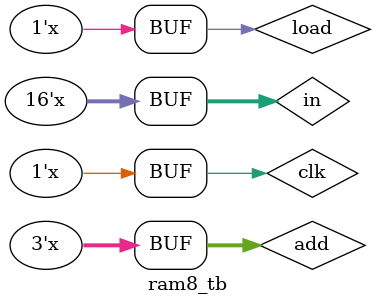
<source format=v>
`include "Hadif_B190513CS_Q04.v"

module ram8_tb;

wire [15:0] o;
reg [15:0] in;
reg [2:0] add;
reg load, clk;

ram8 r1(o, in, add, load, clk);

initial
begin
  clk=0;
  in=0;
  load=0;
  add=0;
  $dumpfile("dff.vcd");
  $dumpvars(0, r1);
  $display("clk  load     add    in    out");
  $monitor("  %b     %b       %d %d  %d", clk, load, add, in, o);
end

always #5 in = in+123;
always #3 clk = ~clk;
always #7 load = ~load;
always #13 add = add+1;

endmodule
</source>
